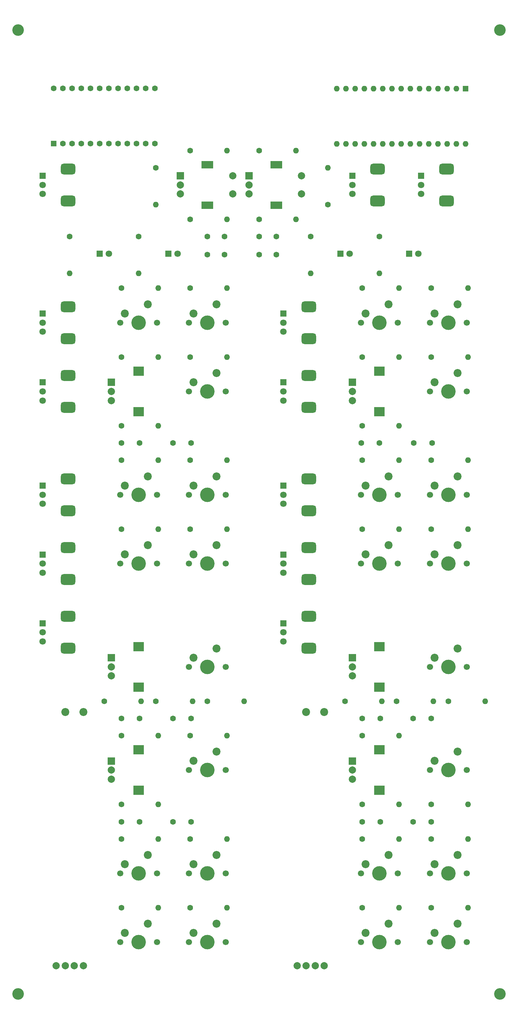
<source format=gbs>
G04 #@! TF.GenerationSoftware,KiCad,Pcbnew,(6.0.2)*
G04 #@! TF.CreationDate,2023-01-10T12:42:00+01:00*
G04 #@! TF.ProjectId,brutalist_01,62727574-616c-4697-9374-5f30312e6b69,00*
G04 #@! TF.SameCoordinates,Original*
G04 #@! TF.FileFunction,Soldermask,Bot*
G04 #@! TF.FilePolarity,Negative*
%FSLAX46Y46*%
G04 Gerber Fmt 4.6, Leading zero omitted, Abs format (unit mm)*
G04 Created by KiCad (PCBNEW (6.0.2)) date 2023-01-10 12:42:00*
%MOMM*%
%LPD*%
G01*
G04 APERTURE LIST*
G04 Aperture macros list*
%AMRoundRect*
0 Rectangle with rounded corners*
0 $1 Rounding radius*
0 $2 $3 $4 $5 $6 $7 $8 $9 X,Y pos of 4 corners*
0 Add a 4 corners polygon primitive as box body*
4,1,4,$2,$3,$4,$5,$6,$7,$8,$9,$2,$3,0*
0 Add four circle primitives for the rounded corners*
1,1,$1+$1,$2,$3*
1,1,$1+$1,$4,$5*
1,1,$1+$1,$6,$7*
1,1,$1+$1,$8,$9*
0 Add four rect primitives between the rounded corners*
20,1,$1+$1,$2,$3,$4,$5,0*
20,1,$1+$1,$4,$5,$6,$7,0*
20,1,$1+$1,$6,$7,$8,$9,0*
20,1,$1+$1,$8,$9,$2,$3,0*%
G04 Aperture macros list end*
%ADD10C,3.200000*%
%ADD11C,1.600000*%
%ADD12O,1.600000X1.600000*%
%ADD13C,4.000000*%
%ADD14C,1.700000*%
%ADD15C,2.200000*%
%ADD16R,1.800000X1.800000*%
%ADD17C,1.800000*%
%ADD18C,2.000000*%
%ADD19RoundRect,0.750000X-1.250000X-0.750000X1.250000X-0.750000X1.250000X0.750000X-1.250000X0.750000X0*%
%ADD20R,2.000000X2.000000*%
%ADD21R,3.000000X2.500000*%
%ADD22R,1.600000X1.600000*%
%ADD23R,3.200000X2.000000*%
G04 APERTURE END LIST*
D10*
X80750000Y-327750000D03*
X213750000Y-327750000D03*
X213750000Y-61750000D03*
X80750000Y-61750000D03*
D11*
X147250000Y-118750000D03*
X147250000Y-123750000D03*
X128250000Y-95000000D03*
D12*
X138410000Y-95000000D03*
D11*
X133000000Y-118750000D03*
X133000000Y-123750000D03*
D13*
X114000000Y-190000000D03*
D14*
X108920000Y-190000000D03*
X119080000Y-190000000D03*
D15*
X116540000Y-184920000D03*
X110190000Y-187460000D03*
D14*
X138080000Y-190000000D03*
X127920000Y-190000000D03*
D13*
X133000000Y-190000000D03*
D15*
X135540000Y-184920000D03*
X129190000Y-187460000D03*
D16*
X169730000Y-123500000D03*
D17*
X172270000Y-123500000D03*
D11*
X137750000Y-118750000D03*
X137750000Y-123750000D03*
D18*
X93750000Y-320000000D03*
X91250000Y-320000000D03*
D15*
X93750000Y-250000000D03*
D18*
X98750000Y-320000000D03*
X96250000Y-320000000D03*
D15*
X98750000Y-250000000D03*
D16*
X87500000Y-225500000D03*
D17*
X87500000Y-228000000D03*
X87500000Y-230500000D03*
D19*
X94500000Y-232400000D03*
X94500000Y-223600000D03*
D11*
X175750000Y-275500000D03*
D12*
X185910000Y-275500000D03*
D11*
X175750000Y-199500000D03*
D12*
X185910000Y-199500000D03*
D11*
X128250000Y-199500000D03*
D12*
X138410000Y-199500000D03*
D11*
X104500000Y-247000000D03*
D12*
X114660000Y-247000000D03*
D14*
X138080000Y-294500000D03*
X127920000Y-294500000D03*
D13*
X133000000Y-294500000D03*
D15*
X135540000Y-289420000D03*
X129190000Y-291960000D03*
D20*
X106500000Y-159000000D03*
D18*
X106500000Y-164000000D03*
X106500000Y-161500000D03*
D21*
X114000000Y-167100000D03*
X114000000Y-155900000D03*
D16*
X188730000Y-123500000D03*
D17*
X191270000Y-123500000D03*
D11*
X109250000Y-171000000D03*
D12*
X119410000Y-171000000D03*
D14*
X138080000Y-142500000D03*
D13*
X133000000Y-142500000D03*
D14*
X127920000Y-142500000D03*
D15*
X135540000Y-137420000D03*
X129190000Y-139960000D03*
D11*
X109250000Y-285000000D03*
D12*
X119410000Y-285000000D03*
D16*
X87500000Y-206500000D03*
D17*
X87500000Y-209000000D03*
X87500000Y-211500000D03*
D19*
X94500000Y-213400000D03*
X94500000Y-204600000D03*
D20*
X173000000Y-263500000D03*
D18*
X173000000Y-268500000D03*
X173000000Y-266000000D03*
D21*
X180500000Y-271600000D03*
X180500000Y-260400000D03*
D11*
X171000000Y-247000000D03*
D12*
X181160000Y-247000000D03*
D11*
X109250000Y-251750000D03*
X114250000Y-251750000D03*
D14*
X127920000Y-237500000D03*
X138080000Y-237500000D03*
D13*
X133000000Y-237500000D03*
D15*
X135540000Y-232420000D03*
X129190000Y-234960000D03*
D11*
X194750000Y-275500000D03*
D12*
X204910000Y-275500000D03*
D18*
X160250000Y-320000000D03*
X157750000Y-320000000D03*
D15*
X160250000Y-250000000D03*
D18*
X165250000Y-320000000D03*
X162750000Y-320000000D03*
D15*
X165250000Y-250000000D03*
D11*
X109250000Y-180500000D03*
D12*
X119410000Y-180500000D03*
D11*
X128250000Y-152000000D03*
D12*
X138410000Y-152000000D03*
D11*
X194750000Y-304000000D03*
D12*
X204910000Y-304000000D03*
D14*
X119080000Y-142500000D03*
D13*
X114000000Y-142500000D03*
D14*
X108920000Y-142500000D03*
D15*
X116540000Y-137420000D03*
X110190000Y-139960000D03*
D11*
X175750000Y-304000000D03*
D12*
X185910000Y-304000000D03*
D16*
X87500000Y-140000000D03*
D17*
X87500000Y-142500000D03*
X87500000Y-145000000D03*
D19*
X94500000Y-138100000D03*
X94500000Y-146900000D03*
D11*
X147250000Y-95000000D03*
D12*
X157410000Y-95000000D03*
D11*
X189750000Y-251750000D03*
X194750000Y-251750000D03*
X175750000Y-152000000D03*
D12*
X185910000Y-152000000D03*
D11*
X123500000Y-251750000D03*
X128500000Y-251750000D03*
D13*
X133000000Y-313500000D03*
D14*
X127920000Y-313500000D03*
X138080000Y-313500000D03*
D15*
X135540000Y-308420000D03*
X129190000Y-310960000D03*
D11*
X133000000Y-247000000D03*
D12*
X143160000Y-247000000D03*
D11*
X128250000Y-285000000D03*
D12*
X138410000Y-285000000D03*
D11*
X109250000Y-280250000D03*
X114250000Y-280250000D03*
D13*
X199500000Y-237500000D03*
D14*
X204580000Y-237500000D03*
X194420000Y-237500000D03*
D15*
X202040000Y-232420000D03*
X195690000Y-234960000D03*
D11*
X128250000Y-304000000D03*
D12*
X138410000Y-304000000D03*
D11*
X123500000Y-280250000D03*
X128500000Y-280250000D03*
D16*
X154000000Y-140000000D03*
D17*
X154000000Y-142500000D03*
X154000000Y-145000000D03*
D19*
X161000000Y-146900000D03*
X161000000Y-138100000D03*
D11*
X175750000Y-251750000D03*
X180750000Y-251750000D03*
D22*
X90530000Y-93120000D03*
D11*
X93070000Y-93120000D03*
X95610000Y-93120000D03*
X98150000Y-93120000D03*
X100690000Y-93120000D03*
X103230000Y-93120000D03*
X105770000Y-93120000D03*
X108310000Y-93120000D03*
X110850000Y-93120000D03*
X113390000Y-93120000D03*
X115930000Y-93120000D03*
X118470000Y-93120000D03*
X118470000Y-77880000D03*
X115930000Y-77880000D03*
X113390000Y-77880000D03*
X110850000Y-77880000D03*
X108310000Y-77880000D03*
X105770000Y-77880000D03*
X103230000Y-77880000D03*
X100690000Y-77880000D03*
X98150000Y-77880000D03*
X95610000Y-77880000D03*
X93070000Y-77880000D03*
X90530000Y-77880000D03*
D14*
X194420000Y-190000000D03*
X204580000Y-190000000D03*
D13*
X199500000Y-190000000D03*
D15*
X202040000Y-184920000D03*
X195690000Y-187460000D03*
D11*
X152000000Y-118750000D03*
X152000000Y-123750000D03*
X194750000Y-152000000D03*
D12*
X204910000Y-152000000D03*
D11*
X128250000Y-180500000D03*
D12*
X138410000Y-180500000D03*
D16*
X87500000Y-187500000D03*
D17*
X87500000Y-190000000D03*
X87500000Y-192500000D03*
D19*
X94500000Y-185600000D03*
X94500000Y-194400000D03*
D11*
X175750000Y-285000000D03*
D12*
X185910000Y-285000000D03*
D11*
X109250000Y-199500000D03*
D12*
X119410000Y-199500000D03*
D11*
X194750000Y-133000000D03*
D12*
X204910000Y-133000000D03*
D11*
X128250000Y-133000000D03*
D12*
X138410000Y-133000000D03*
D13*
X133000000Y-161500000D03*
D14*
X138080000Y-161500000D03*
X127920000Y-161500000D03*
D15*
X135540000Y-156420000D03*
X129190000Y-158960000D03*
D16*
X87500000Y-159000000D03*
D17*
X87500000Y-161500000D03*
X87500000Y-164000000D03*
D19*
X94500000Y-157100000D03*
X94500000Y-165900000D03*
D11*
X180500000Y-118750000D03*
D12*
X180500000Y-128910000D03*
D11*
X175750000Y-133000000D03*
D12*
X185910000Y-133000000D03*
D11*
X109250000Y-304000000D03*
D12*
X119410000Y-304000000D03*
D11*
X199500000Y-247000000D03*
D12*
X209660000Y-247000000D03*
D14*
X185580000Y-294500000D03*
X175420000Y-294500000D03*
D13*
X180500000Y-294500000D03*
D15*
X183040000Y-289420000D03*
X176690000Y-291960000D03*
D11*
X194750000Y-199500000D03*
D12*
X204910000Y-199500000D03*
D14*
X194420000Y-142500000D03*
X204580000Y-142500000D03*
D13*
X199500000Y-142500000D03*
D15*
X202040000Y-137420000D03*
X195690000Y-139960000D03*
D16*
X122230000Y-123500000D03*
D17*
X124770000Y-123500000D03*
D13*
X199500000Y-209000000D03*
D14*
X204580000Y-209000000D03*
X194420000Y-209000000D03*
D15*
X202040000Y-203920000D03*
X195690000Y-206460000D03*
D20*
X106500000Y-263500000D03*
D18*
X106500000Y-268500000D03*
X106500000Y-266000000D03*
D21*
X114000000Y-260400000D03*
X114000000Y-271600000D03*
D16*
X103230000Y-123500000D03*
D17*
X105770000Y-123500000D03*
D14*
X204580000Y-266000000D03*
D13*
X199500000Y-266000000D03*
D14*
X194420000Y-266000000D03*
D15*
X202040000Y-260920000D03*
X195690000Y-263460000D03*
D14*
X204580000Y-313500000D03*
D13*
X199500000Y-313500000D03*
D14*
X194420000Y-313500000D03*
D15*
X202040000Y-308420000D03*
X195690000Y-310960000D03*
D11*
X109250000Y-275500000D03*
D12*
X119410000Y-275500000D03*
D14*
X119080000Y-294500000D03*
D13*
X114000000Y-294500000D03*
D14*
X108920000Y-294500000D03*
D15*
X116540000Y-289420000D03*
X110190000Y-291960000D03*
D11*
X118750000Y-99750000D03*
D12*
X118750000Y-109910000D03*
D14*
X138080000Y-209000000D03*
X127920000Y-209000000D03*
D13*
X133000000Y-209000000D03*
D15*
X135540000Y-203920000D03*
X129190000Y-206460000D03*
D20*
X125500000Y-102000000D03*
D18*
X125500000Y-107000000D03*
X125500000Y-104500000D03*
D23*
X133000000Y-98900000D03*
X133000000Y-110100000D03*
D18*
X140000000Y-107000000D03*
X140000000Y-102000000D03*
D11*
X128250000Y-256500000D03*
D12*
X138410000Y-256500000D03*
X185910000Y-171000000D03*
D11*
X175750000Y-171000000D03*
D14*
X204580000Y-161500000D03*
D13*
X199500000Y-161500000D03*
D14*
X194420000Y-161500000D03*
D15*
X202040000Y-156420000D03*
X195690000Y-158960000D03*
D22*
X204300000Y-77890000D03*
D12*
X201760000Y-77890000D03*
X199220000Y-77890000D03*
X196680000Y-77890000D03*
X194140000Y-77890000D03*
X191600000Y-77890000D03*
X189060000Y-77890000D03*
X186520000Y-77890000D03*
X183980000Y-77890000D03*
X181440000Y-77890000D03*
X178900000Y-77890000D03*
X176360000Y-77890000D03*
X173820000Y-77890000D03*
X171280000Y-77890000D03*
X168740000Y-77890000D03*
X168740000Y-93130000D03*
X171280000Y-93130000D03*
X173820000Y-93130000D03*
X176360000Y-93130000D03*
X178900000Y-93130000D03*
X181440000Y-93130000D03*
X183980000Y-93130000D03*
X186520000Y-93130000D03*
X189060000Y-93130000D03*
X191600000Y-93130000D03*
X194140000Y-93130000D03*
X196680000Y-93130000D03*
X199220000Y-93130000D03*
X201760000Y-93130000D03*
X204300000Y-93130000D03*
D14*
X175420000Y-209000000D03*
X185580000Y-209000000D03*
D13*
X180500000Y-209000000D03*
D15*
X183040000Y-203920000D03*
X176690000Y-206460000D03*
D11*
X175750000Y-280250000D03*
X180750000Y-280250000D03*
X128250000Y-114000000D03*
D12*
X138410000Y-114000000D03*
D16*
X154000000Y-225500000D03*
D17*
X154000000Y-228000000D03*
X154000000Y-230500000D03*
D19*
X161000000Y-232400000D03*
X161000000Y-223600000D03*
D13*
X180500000Y-142500000D03*
D14*
X185580000Y-142500000D03*
X175420000Y-142500000D03*
D15*
X183040000Y-137420000D03*
X176690000Y-139960000D03*
D11*
X123500000Y-175750000D03*
X128500000Y-175750000D03*
X190000000Y-175750000D03*
X195000000Y-175750000D03*
D20*
X144500000Y-102000000D03*
D18*
X144500000Y-107000000D03*
X144500000Y-104500000D03*
D23*
X152000000Y-110100000D03*
X152000000Y-98900000D03*
D18*
X159000000Y-107000000D03*
X159000000Y-102000000D03*
D11*
X109250000Y-133000000D03*
D12*
X119410000Y-133000000D03*
D14*
X185580000Y-190000000D03*
X175420000Y-190000000D03*
D13*
X180500000Y-190000000D03*
D15*
X183040000Y-184920000D03*
X176690000Y-187460000D03*
D11*
X175750000Y-180500000D03*
D12*
X185910000Y-180500000D03*
D11*
X109250000Y-256500000D03*
D12*
X119410000Y-256500000D03*
D20*
X173000000Y-159000000D03*
D18*
X173000000Y-164000000D03*
X173000000Y-161500000D03*
D21*
X180500000Y-155900000D03*
X180500000Y-167100000D03*
D13*
X199500000Y-294500000D03*
D14*
X194420000Y-294500000D03*
X204580000Y-294500000D03*
D15*
X202040000Y-289420000D03*
X195690000Y-291960000D03*
D16*
X192000000Y-102000000D03*
D17*
X192000000Y-104500000D03*
X192000000Y-107000000D03*
D19*
X199000000Y-108900000D03*
X199000000Y-100100000D03*
D11*
X189750000Y-280250000D03*
X194750000Y-280250000D03*
D16*
X87500000Y-102000000D03*
D17*
X87500000Y-104500000D03*
X87500000Y-107000000D03*
D19*
X94500000Y-100100000D03*
X94500000Y-108900000D03*
D16*
X154000000Y-206500000D03*
D17*
X154000000Y-209000000D03*
X154000000Y-211500000D03*
D19*
X161000000Y-213400000D03*
X161000000Y-204600000D03*
D16*
X154000000Y-159000000D03*
D17*
X154000000Y-161500000D03*
X154000000Y-164000000D03*
D19*
X161000000Y-165900000D03*
X161000000Y-157100000D03*
D11*
X194750000Y-285000000D03*
D12*
X204910000Y-285000000D03*
D11*
X109250000Y-175750000D03*
X114250000Y-175750000D03*
X95000000Y-118750000D03*
D12*
X95000000Y-128910000D03*
D11*
X166250000Y-109910000D03*
D12*
X166250000Y-99750000D03*
D16*
X173000000Y-102000000D03*
D17*
X173000000Y-104500000D03*
X173000000Y-107000000D03*
D19*
X180000000Y-108900000D03*
X180000000Y-100100000D03*
D11*
X161500000Y-118750000D03*
D12*
X161500000Y-128910000D03*
D13*
X114000000Y-313500000D03*
D14*
X108920000Y-313500000D03*
X119080000Y-313500000D03*
D15*
X116540000Y-308420000D03*
X110190000Y-310960000D03*
D14*
X119080000Y-209000000D03*
D13*
X114000000Y-209000000D03*
D14*
X108920000Y-209000000D03*
D15*
X116540000Y-203920000D03*
X110190000Y-206460000D03*
D20*
X106500000Y-235000000D03*
D18*
X106500000Y-240000000D03*
X106500000Y-237500000D03*
D21*
X114000000Y-231900000D03*
X114000000Y-243100000D03*
D11*
X118750000Y-247000000D03*
D12*
X128910000Y-247000000D03*
D16*
X154000000Y-187500000D03*
D17*
X154000000Y-190000000D03*
X154000000Y-192500000D03*
D19*
X161000000Y-185600000D03*
X161000000Y-194400000D03*
D20*
X173000000Y-235000000D03*
D18*
X173000000Y-240000000D03*
X173000000Y-237500000D03*
D21*
X180500000Y-231900000D03*
X180500000Y-243100000D03*
D11*
X114000000Y-118750000D03*
D12*
X114000000Y-128910000D03*
D11*
X109250000Y-152000000D03*
D12*
X119410000Y-152000000D03*
D11*
X175500000Y-175750000D03*
X180500000Y-175750000D03*
X175750000Y-256500000D03*
D12*
X185910000Y-256500000D03*
D14*
X185580000Y-313500000D03*
D13*
X180500000Y-313500000D03*
D14*
X175420000Y-313500000D03*
D15*
X183040000Y-308420000D03*
X176690000Y-310960000D03*
D11*
X185250000Y-247000000D03*
D12*
X195410000Y-247000000D03*
D11*
X147250000Y-114000000D03*
D12*
X157410000Y-114000000D03*
D11*
X194750000Y-180500000D03*
D12*
X204910000Y-180500000D03*
D14*
X138080000Y-266000000D03*
D13*
X133000000Y-266000000D03*
D14*
X127920000Y-266000000D03*
D15*
X135540000Y-260920000D03*
X129190000Y-263460000D03*
M02*

</source>
